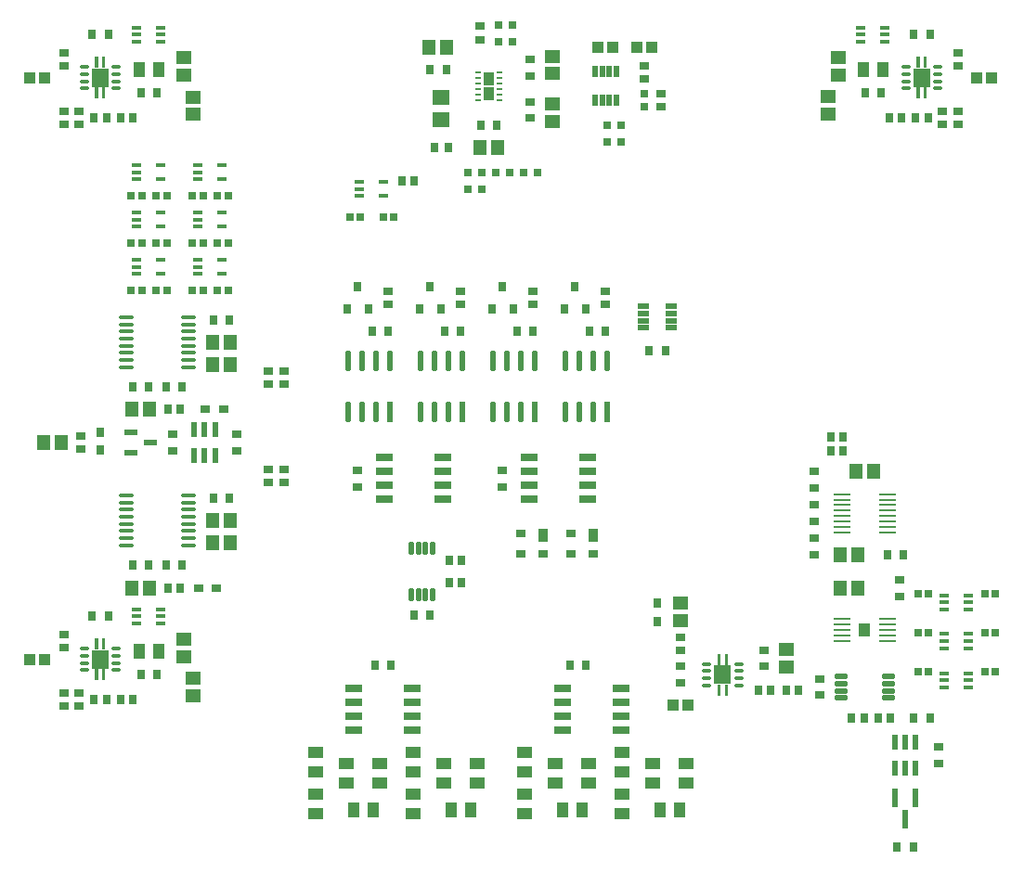
<source format=gbp>
G04*
G04 #@! TF.GenerationSoftware,Altium Limited,Altium Designer,21.6.4 (81)*
G04*
G04 Layer_Color=128*
%FSLAX25Y25*%
%MOIN*%
G70*
G04*
G04 #@! TF.SameCoordinates,FB766961-2115-4812-9BC3-E0D6EEC5A3F0*
G04*
G04*
G04 #@! TF.FilePolarity,Positive*
G04*
G01*
G75*
%ADD21R,0.03150X0.03543*%
%ADD22R,0.03543X0.03150*%
%ADD25R,0.05118X0.05709*%
%ADD26R,0.02756X0.03347*%
%ADD27R,0.02756X0.03740*%
%ADD28R,0.03347X0.02756*%
G04:AMPARAMS|DCode=29|XSize=41.34mil|YSize=17.72mil|CornerRadius=1.95mil|HoleSize=0mil|Usage=FLASHONLY|Rotation=90.000|XOffset=0mil|YOffset=0mil|HoleType=Round|Shape=RoundedRectangle|*
%AMROUNDEDRECTD29*
21,1,0.04134,0.01382,0,0,90.0*
21,1,0.03744,0.01772,0,0,90.0*
1,1,0.00390,0.00691,0.01872*
1,1,0.00390,0.00691,-0.01872*
1,1,0.00390,-0.00691,-0.01872*
1,1,0.00390,-0.00691,0.01872*
%
%ADD29ROUNDEDRECTD29*%
%ADD69R,0.02756X0.03150*%
%ADD70R,0.02134X0.07378*%
G04:AMPARAMS|DCode=71|XSize=73.78mil|YSize=21.34mil|CornerRadius=10.67mil|HoleSize=0mil|Usage=FLASHONLY|Rotation=90.000|XOffset=0mil|YOffset=0mil|HoleType=Round|Shape=RoundedRectangle|*
%AMROUNDEDRECTD71*
21,1,0.07378,0.00000,0,0,90.0*
21,1,0.05244,0.02134,0,0,90.0*
1,1,0.02134,0.00000,0.02622*
1,1,0.02134,0.00000,-0.02622*
1,1,0.02134,0.00000,-0.02622*
1,1,0.02134,0.00000,0.02622*
%
%ADD71ROUNDEDRECTD71*%
%ADD72R,0.05709X0.05118*%
G04:AMPARAMS|DCode=73|XSize=17.72mil|YSize=45.28mil|CornerRadius=1.95mil|HoleSize=0mil|Usage=FLASHONLY|Rotation=180.000|XOffset=0mil|YOffset=0mil|HoleType=Round|Shape=RoundedRectangle|*
%AMROUNDEDRECTD73*
21,1,0.01772,0.04138,0,0,180.0*
21,1,0.01382,0.04528,0,0,180.0*
1,1,0.00390,-0.00691,0.02069*
1,1,0.00390,0.00691,0.02069*
1,1,0.00390,0.00691,-0.02069*
1,1,0.00390,-0.00691,-0.02069*
%
%ADD73ROUNDEDRECTD73*%
%ADD74R,0.03543X0.04724*%
%ADD75R,0.06065X0.00994*%
G04:AMPARAMS|DCode=76|XSize=60.65mil|YSize=9.94mil|CornerRadius=4.97mil|HoleSize=0mil|Usage=FLASHONLY|Rotation=0.000|XOffset=0mil|YOffset=0mil|HoleType=Round|Shape=RoundedRectangle|*
%AMROUNDEDRECTD76*
21,1,0.06065,0.00000,0,0,0.0*
21,1,0.05071,0.00994,0,0,0.0*
1,1,0.00994,0.02535,0.00000*
1,1,0.00994,-0.02535,0.00000*
1,1,0.00994,-0.02535,0.00000*
1,1,0.00994,0.02535,0.00000*
%
%ADD76ROUNDEDRECTD76*%
%ADD77R,0.03740X0.02756*%
%ADD78R,0.02953X0.03347*%
%ADD79R,0.04724X0.02362*%
%ADD81R,0.02992X0.02835*%
%ADD82R,0.02362X0.07087*%
%ADD83R,0.02205X0.05236*%
G04:AMPARAMS|DCode=84|XSize=17.72mil|YSize=45.28mil|CornerRadius=1.95mil|HoleSize=0mil|Usage=FLASHONLY|Rotation=90.000|XOffset=0mil|YOffset=0mil|HoleType=Round|Shape=RoundedRectangle|*
%AMROUNDEDRECTD84*
21,1,0.01772,0.04138,0,0,90.0*
21,1,0.01382,0.04528,0,0,90.0*
1,1,0.00390,0.02069,0.00691*
1,1,0.00390,0.02069,-0.00691*
1,1,0.00390,-0.02069,-0.00691*
1,1,0.00390,-0.02069,0.00691*
%
%ADD84ROUNDEDRECTD84*%
G04:AMPARAMS|DCode=85|XSize=41.34mil|YSize=17.72mil|CornerRadius=1.95mil|HoleSize=0mil|Usage=FLASHONLY|Rotation=0.000|XOffset=0mil|YOffset=0mil|HoleType=Round|Shape=RoundedRectangle|*
%AMROUNDEDRECTD85*
21,1,0.04134,0.01382,0,0,0.0*
21,1,0.03744,0.01772,0,0,0.0*
1,1,0.00390,0.01872,-0.00691*
1,1,0.00390,-0.01872,-0.00691*
1,1,0.00390,-0.01872,0.00691*
1,1,0.00390,0.01872,0.00691*
%
%ADD85ROUNDEDRECTD85*%
G04:AMPARAMS|DCode=87|XSize=19.68mil|YSize=9.84mil|CornerRadius=1.97mil|HoleSize=0mil|Usage=FLASHONLY|Rotation=180.000|XOffset=0mil|YOffset=0mil|HoleType=Round|Shape=RoundedRectangle|*
%AMROUNDEDRECTD87*
21,1,0.01968,0.00591,0,0,180.0*
21,1,0.01575,0.00984,0,0,180.0*
1,1,0.00394,-0.00787,0.00295*
1,1,0.00394,0.00787,0.00295*
1,1,0.00394,0.00787,-0.00295*
1,1,0.00394,-0.00787,-0.00295*
%
%ADD87ROUNDEDRECTD87*%
%ADD89R,0.03347X0.02953*%
%ADD90R,0.06102X0.05315*%
%ADD91R,0.04134X0.04134*%
%ADD92R,0.03150X0.02756*%
G04:AMPARAMS|DCode=93|XSize=13.78mil|YSize=33.47mil|CornerRadius=2mil|HoleSize=0mil|Usage=FLASHONLY|Rotation=90.000|XOffset=0mil|YOffset=0mil|HoleType=Round|Shape=RoundedRectangle|*
%AMROUNDEDRECTD93*
21,1,0.01378,0.02947,0,0,90.0*
21,1,0.00978,0.03347,0,0,90.0*
1,1,0.00400,0.01473,0.00489*
1,1,0.00400,0.01473,-0.00489*
1,1,0.00400,-0.01473,-0.00489*
1,1,0.00400,-0.01473,0.00489*
%
%ADD93ROUNDEDRECTD93*%
G04:AMPARAMS|DCode=94|XSize=68.9mil|YSize=59.06mil|CornerRadius=2.07mil|HoleSize=0mil|Usage=FLASHONLY|Rotation=90.000|XOffset=0mil|YOffset=0mil|HoleType=Round|Shape=RoundedRectangle|*
%AMROUNDEDRECTD94*
21,1,0.06890,0.05492,0,0,90.0*
21,1,0.06476,0.05906,0,0,90.0*
1,1,0.00413,0.02746,0.03238*
1,1,0.00413,0.02746,-0.03238*
1,1,0.00413,-0.02746,-0.03238*
1,1,0.00413,-0.02746,0.03238*
%
%ADD94ROUNDEDRECTD94*%
%ADD95R,0.04134X0.05709*%
%ADD96R,0.05512X0.04331*%
%ADD97R,0.04331X0.05512*%
G04:AMPARAMS|DCode=98|XSize=61.02mil|YSize=23.62mil|CornerRadius=2.01mil|HoleSize=0mil|Usage=FLASHONLY|Rotation=180.000|XOffset=0mil|YOffset=0mil|HoleType=Round|Shape=RoundedRectangle|*
%AMROUNDEDRECTD98*
21,1,0.06102,0.01961,0,0,180.0*
21,1,0.05701,0.02362,0,0,180.0*
1,1,0.00402,-0.02850,0.00980*
1,1,0.00402,0.02850,0.00980*
1,1,0.00402,0.02850,-0.00980*
1,1,0.00402,-0.02850,-0.00980*
%
%ADD98ROUNDEDRECTD98*%
%ADD99O,0.05512X0.01378*%
%ADD121R,0.03347X0.01378*%
%ADD122R,0.03347X0.01378*%
%ADD123R,0.04049X0.04836*%
G36*
X429331Y386445D02*
X428228D01*
Y390480D01*
X429331D01*
Y386445D01*
D02*
G37*
G36*
X426772D02*
X425669D01*
Y390480D01*
X426772D01*
Y386445D01*
D02*
G37*
G36*
X134331D02*
X133228D01*
Y390480D01*
X134331D01*
Y386445D01*
D02*
G37*
G36*
X131772D02*
X130669D01*
Y390480D01*
X131772D01*
Y386445D01*
D02*
G37*
G36*
X273785Y384970D02*
X273840Y384915D01*
X273870Y384842D01*
Y384803D01*
Y380591D01*
Y380551D01*
X273840Y380479D01*
X273785Y380424D01*
X273712Y380394D01*
X270288D01*
X270215Y380424D01*
X270160Y380479D01*
X270130Y380551D01*
Y380591D01*
Y384803D01*
Y384842D01*
X270160Y384915D01*
X270215Y384970D01*
X270288Y385000D01*
X273712D01*
X273785Y384970D01*
D02*
G37*
G36*
X429331Y375520D02*
X428228D01*
Y379555D01*
X429331D01*
Y375520D01*
D02*
G37*
G36*
X426772D02*
X425669D01*
Y379555D01*
X426772D01*
Y375520D01*
D02*
G37*
G36*
X134331D02*
X133228D01*
Y379555D01*
X134331D01*
Y375520D01*
D02*
G37*
G36*
X131772D02*
X130669D01*
Y379555D01*
X131772D01*
Y375520D01*
D02*
G37*
G36*
X273785Y379576D02*
X273840Y379521D01*
X273870Y379449D01*
Y379410D01*
Y375197D01*
Y375158D01*
X273840Y375085D01*
X273785Y375030D01*
X273712Y375000D01*
X270288D01*
X270215Y375030D01*
X270160Y375085D01*
X270130Y375158D01*
Y375197D01*
Y379410D01*
Y379449D01*
X270160Y379521D01*
X270215Y379576D01*
X270288Y379606D01*
X273712D01*
X273785Y379576D01*
D02*
G37*
G36*
X134331Y177445D02*
X133228D01*
Y181480D01*
X134331D01*
Y177445D01*
D02*
G37*
G36*
X131772D02*
X130669D01*
Y181480D01*
X131772D01*
Y177445D01*
D02*
G37*
G36*
X357831Y171945D02*
X356728D01*
Y175980D01*
X357831D01*
Y171945D01*
D02*
G37*
G36*
X355272D02*
X354169D01*
Y175980D01*
X355272D01*
Y171945D01*
D02*
G37*
G36*
X134331Y166520D02*
X133228D01*
Y170555D01*
X134331D01*
Y166520D01*
D02*
G37*
G36*
X131772D02*
X130669D01*
Y170555D01*
X131772D01*
Y166520D01*
D02*
G37*
G36*
X357831Y161020D02*
X356728D01*
Y165055D01*
X357831D01*
Y161020D01*
D02*
G37*
G36*
X355272D02*
X354169D01*
Y165055D01*
X355272D01*
Y161020D01*
D02*
G37*
D21*
X301047Y172000D02*
D03*
X306953D02*
D03*
X245047Y190000D02*
D03*
X250953D02*
D03*
X420953Y211500D02*
D03*
X415047D02*
D03*
X424453Y106500D02*
D03*
X418547D02*
D03*
X430453Y153000D02*
D03*
X424547D02*
D03*
X329547Y285000D02*
D03*
X335453D02*
D03*
X256753Y386000D02*
D03*
X250847D02*
D03*
X274953Y366000D02*
D03*
X269047D02*
D03*
X147047Y377500D02*
D03*
X152953D02*
D03*
X135453Y398500D02*
D03*
X129547D02*
D03*
X236953Y172000D02*
D03*
X231047D02*
D03*
X144047Y272000D02*
D03*
X149953D02*
D03*
X178953Y296000D02*
D03*
X173047D02*
D03*
X161953Y272000D02*
D03*
X156047D02*
D03*
X228740Y300063D02*
D03*
X221260D02*
D03*
X225000Y307937D02*
D03*
X254740Y300063D02*
D03*
X247260D02*
D03*
X251000Y307937D02*
D03*
X230047Y292000D02*
D03*
X235953D02*
D03*
X256047D02*
D03*
X261953D02*
D03*
X308047D02*
D03*
X313953D02*
D03*
X282047D02*
D03*
X287953D02*
D03*
X306740Y300063D02*
D03*
X299260D02*
D03*
X303000Y307937D02*
D03*
X280740Y300063D02*
D03*
X273260D02*
D03*
X277000Y307937D02*
D03*
X161953Y208000D02*
D03*
X156047D02*
D03*
X178953Y232000D02*
D03*
X173047D02*
D03*
X144047Y208000D02*
D03*
X149953D02*
D03*
X430453Y398500D02*
D03*
X424547D02*
D03*
X407047Y377500D02*
D03*
X412953D02*
D03*
X152953Y168500D02*
D03*
X147047D02*
D03*
X129547Y189500D02*
D03*
X135453D02*
D03*
D22*
X283563Y219240D02*
D03*
Y211760D02*
D03*
X291437D02*
D03*
X309437D02*
D03*
X301563D02*
D03*
Y219240D02*
D03*
X389000Y217453D02*
D03*
Y211547D02*
D03*
Y229453D02*
D03*
Y223547D02*
D03*
Y241453D02*
D03*
Y235547D02*
D03*
X158500Y249047D02*
D03*
Y254953D02*
D03*
X371000Y177358D02*
D03*
Y171453D02*
D03*
X433500Y142453D02*
D03*
Y136547D02*
D03*
X391000Y167000D02*
D03*
Y161094D02*
D03*
X419500Y202453D02*
D03*
Y196547D02*
D03*
X287000Y383638D02*
D03*
Y389543D02*
D03*
Y374362D02*
D03*
Y368457D02*
D03*
X181500Y249047D02*
D03*
Y254953D02*
D03*
X225000Y236047D02*
D03*
Y241953D02*
D03*
X277000D02*
D03*
Y236047D02*
D03*
X341000Y171453D02*
D03*
Y165547D02*
D03*
D25*
X404559Y211500D02*
D03*
X398260D02*
D03*
X403850Y241500D02*
D03*
X410150D02*
D03*
X398350Y199500D02*
D03*
X404650D02*
D03*
X172850Y280000D02*
D03*
X179150D02*
D03*
X256950Y394000D02*
D03*
X250650D02*
D03*
X275150Y358000D02*
D03*
X268850D02*
D03*
X143850Y264000D02*
D03*
X150150D02*
D03*
X143850Y199500D02*
D03*
X150150D02*
D03*
X179150Y288000D02*
D03*
X172850D02*
D03*
X112350Y252000D02*
D03*
X118650D02*
D03*
X179150Y216000D02*
D03*
X172850D02*
D03*
X179150Y224000D02*
D03*
X172850D02*
D03*
D26*
X399264Y249000D02*
D03*
X394736D02*
D03*
X257736Y209500D02*
D03*
X262264D02*
D03*
X257736Y201500D02*
D03*
X262264D02*
D03*
X406764Y153000D02*
D03*
X402236D02*
D03*
X416264D02*
D03*
X411736D02*
D03*
X368736Y163000D02*
D03*
X373264D02*
D03*
X399264Y254000D02*
D03*
X394736D02*
D03*
X425236Y368500D02*
D03*
X429764D02*
D03*
X420264D02*
D03*
X415736D02*
D03*
X130236Y159500D02*
D03*
X134764D02*
D03*
X144264D02*
D03*
X139736D02*
D03*
X144264Y368500D02*
D03*
X139736D02*
D03*
X130236D02*
D03*
X134764D02*
D03*
X240736Y346000D02*
D03*
X245264D02*
D03*
X156736Y199500D02*
D03*
X161264D02*
D03*
X156736Y264000D02*
D03*
X161264D02*
D03*
X383264Y163000D02*
D03*
X378736D02*
D03*
D27*
X132500Y249252D02*
D03*
Y255748D02*
D03*
X332500Y194248D02*
D03*
Y187752D02*
D03*
D28*
X341000Y181854D02*
D03*
Y177327D02*
D03*
X125500Y249736D02*
D03*
Y254264D02*
D03*
X334000Y377264D02*
D03*
Y372736D02*
D03*
X328000Y387264D02*
D03*
Y382736D02*
D03*
X435000Y366236D02*
D03*
Y370764D02*
D03*
X440500D02*
D03*
Y366236D02*
D03*
X125000Y161764D02*
D03*
Y157236D02*
D03*
X119500D02*
D03*
Y161764D02*
D03*
Y387236D02*
D03*
Y391764D02*
D03*
Y366236D02*
D03*
Y370764D02*
D03*
X125000D02*
D03*
Y366236D02*
D03*
X198500Y237736D02*
D03*
Y242264D02*
D03*
X193000Y237736D02*
D03*
Y242264D02*
D03*
X198500Y277500D02*
D03*
Y272972D02*
D03*
X193000Y277500D02*
D03*
Y272972D02*
D03*
X236000Y301736D02*
D03*
Y306264D02*
D03*
X262000Y301736D02*
D03*
Y306264D02*
D03*
X314000Y301736D02*
D03*
Y306264D02*
D03*
X288000Y301736D02*
D03*
Y306264D02*
D03*
X440500Y391764D02*
D03*
Y387236D02*
D03*
X119500Y182764D02*
D03*
Y178236D02*
D03*
D29*
X317839Y374882D02*
D03*
X315280D02*
D03*
X312720D02*
D03*
X310161D02*
D03*
Y385118D02*
D03*
X312720D02*
D03*
X315280D02*
D03*
X317839D02*
D03*
D69*
X264638Y343000D02*
D03*
X269362D02*
D03*
X289362Y349000D02*
D03*
X284638D02*
D03*
X280362Y396000D02*
D03*
X275638D02*
D03*
X275638Y402000D02*
D03*
X280362D02*
D03*
X264638Y349000D02*
D03*
X269362D02*
D03*
X274638D02*
D03*
X279362D02*
D03*
X314638Y360000D02*
D03*
X319362D02*
D03*
X319362Y366000D02*
D03*
X314638D02*
D03*
D70*
X288500Y262882D02*
D03*
X236500D02*
D03*
X262500D02*
D03*
X314500D02*
D03*
D71*
X283500D02*
D03*
X278500D02*
D03*
X273500D02*
D03*
Y281118D02*
D03*
X278500D02*
D03*
X283500D02*
D03*
X288500D02*
D03*
X236500D02*
D03*
X231500D02*
D03*
X226500D02*
D03*
X221500D02*
D03*
Y262882D02*
D03*
X226500D02*
D03*
X231500D02*
D03*
X262500Y281118D02*
D03*
X257500D02*
D03*
X252500D02*
D03*
X247500D02*
D03*
Y262882D02*
D03*
X252500D02*
D03*
X257500D02*
D03*
X314500Y281118D02*
D03*
X309500D02*
D03*
X304500D02*
D03*
X299500D02*
D03*
Y262882D02*
D03*
X304500D02*
D03*
X309500D02*
D03*
D72*
X341000Y187850D02*
D03*
Y194150D02*
D03*
X166000Y167240D02*
D03*
Y160941D02*
D03*
X394000Y376150D02*
D03*
Y369850D02*
D03*
X379000Y177555D02*
D03*
Y171256D02*
D03*
X166000Y369760D02*
D03*
Y376059D02*
D03*
X295000Y373559D02*
D03*
Y367260D02*
D03*
Y384441D02*
D03*
Y390740D02*
D03*
X397500Y390150D02*
D03*
Y383850D02*
D03*
X162500Y181150D02*
D03*
Y174850D02*
D03*
Y390150D02*
D03*
Y383850D02*
D03*
D73*
X251839Y197134D02*
D03*
X249279D02*
D03*
X246721D02*
D03*
X244161D02*
D03*
X251839Y213866D02*
D03*
X249279D02*
D03*
X246721D02*
D03*
X244161D02*
D03*
D74*
X291437Y218453D02*
D03*
X309437D02*
D03*
D75*
X398693Y219610D02*
D03*
Y180563D02*
D03*
D76*
Y221579D02*
D03*
Y223547D02*
D03*
Y225516D02*
D03*
Y227484D02*
D03*
Y229453D02*
D03*
Y231421D02*
D03*
Y233390D02*
D03*
X415307D02*
D03*
Y231421D02*
D03*
Y229453D02*
D03*
Y227484D02*
D03*
Y225516D02*
D03*
Y223547D02*
D03*
Y221579D02*
D03*
Y219610D02*
D03*
Y180563D02*
D03*
Y182531D02*
D03*
Y184500D02*
D03*
Y186469D02*
D03*
Y188437D02*
D03*
X398693D02*
D03*
Y186469D02*
D03*
Y184500D02*
D03*
Y182531D02*
D03*
D77*
X176748Y264000D02*
D03*
X170252D02*
D03*
X167752Y199500D02*
D03*
X174248D02*
D03*
D78*
X257559Y358000D02*
D03*
X252441D02*
D03*
D79*
X150543Y252000D02*
D03*
X143457Y255740D02*
D03*
Y248260D02*
D03*
D81*
X426071Y197500D02*
D03*
X429929D02*
D03*
X453929Y183563D02*
D03*
X450071D02*
D03*
X426071D02*
D03*
X429929D02*
D03*
X453929Y197500D02*
D03*
X450071D02*
D03*
X426071Y169500D02*
D03*
X429929D02*
D03*
X453929D02*
D03*
X450071D02*
D03*
X222071Y333000D02*
D03*
X225929D02*
D03*
X234071D02*
D03*
X237929D02*
D03*
X178429Y306500D02*
D03*
X174571D02*
D03*
X169429D02*
D03*
X165571D02*
D03*
X156429D02*
D03*
X152571D02*
D03*
X147429D02*
D03*
X143571D02*
D03*
X147429Y340500D02*
D03*
X143571D02*
D03*
X147429Y323500D02*
D03*
X143571D02*
D03*
X169429D02*
D03*
X165571D02*
D03*
X156429D02*
D03*
X152571D02*
D03*
X178429D02*
D03*
X174571D02*
D03*
X178429Y340500D02*
D03*
X174571D02*
D03*
X169429D02*
D03*
X165571D02*
D03*
X156429D02*
D03*
X152571D02*
D03*
D82*
X417760Y124331D02*
D03*
X425240D02*
D03*
X421500Y116457D02*
D03*
D83*
X425240Y144224D02*
D03*
X421500D02*
D03*
X417760D02*
D03*
Y134776D02*
D03*
X421500D02*
D03*
X425240D02*
D03*
X173740Y247276D02*
D03*
X170000D02*
D03*
X166260D02*
D03*
Y256724D02*
D03*
X170000D02*
D03*
X173740D02*
D03*
D84*
X415366Y167839D02*
D03*
Y165279D02*
D03*
Y162721D02*
D03*
Y160161D02*
D03*
X398634Y167839D02*
D03*
Y165279D02*
D03*
Y162721D02*
D03*
Y160161D02*
D03*
D85*
X327382Y293161D02*
D03*
Y295721D02*
D03*
Y298280D02*
D03*
Y300839D02*
D03*
X337618D02*
D03*
Y298280D02*
D03*
Y295721D02*
D03*
Y293161D02*
D03*
D87*
X275740Y384921D02*
D03*
Y382953D02*
D03*
Y380984D02*
D03*
Y379016D02*
D03*
Y377047D02*
D03*
Y375079D02*
D03*
X268260D02*
D03*
Y377047D02*
D03*
Y379016D02*
D03*
Y380984D02*
D03*
Y382953D02*
D03*
Y384921D02*
D03*
D89*
X269000Y401559D02*
D03*
Y396441D02*
D03*
D90*
X255000Y368063D02*
D03*
Y375937D02*
D03*
D91*
X330658Y394000D02*
D03*
X325342D02*
D03*
X311343D02*
D03*
X316657D02*
D03*
X112657Y383000D02*
D03*
X107343D02*
D03*
X338342Y157500D02*
D03*
X343657D02*
D03*
X452658Y383000D02*
D03*
X447342D02*
D03*
X107343Y174000D02*
D03*
X112657D02*
D03*
D92*
X328000Y377362D02*
D03*
Y372638D02*
D03*
D93*
X138307Y386839D02*
D03*
Y384279D02*
D03*
Y381720D02*
D03*
Y379161D02*
D03*
X126693Y386839D02*
D03*
Y384279D02*
D03*
Y381720D02*
D03*
Y379161D02*
D03*
X350193Y164661D02*
D03*
Y167220D02*
D03*
Y169780D02*
D03*
Y172339D02*
D03*
X361807Y164661D02*
D03*
Y167220D02*
D03*
Y169780D02*
D03*
Y172339D02*
D03*
X433307Y379161D02*
D03*
Y381720D02*
D03*
Y384279D02*
D03*
Y386839D02*
D03*
X421693Y379161D02*
D03*
Y381720D02*
D03*
Y384279D02*
D03*
Y386839D02*
D03*
X126693Y170161D02*
D03*
Y172721D02*
D03*
Y175279D02*
D03*
Y177839D02*
D03*
X138307Y170161D02*
D03*
Y172721D02*
D03*
Y175279D02*
D03*
Y177839D02*
D03*
D94*
X132500Y383000D02*
D03*
X356000Y168500D02*
D03*
X427500Y383000D02*
D03*
X132500Y174000D02*
D03*
D95*
X146358Y386000D02*
D03*
X153642D02*
D03*
X406358D02*
D03*
X413642D02*
D03*
X153642Y177000D02*
D03*
X146358D02*
D03*
D96*
X210000Y133555D02*
D03*
Y140445D02*
D03*
Y118555D02*
D03*
Y125445D02*
D03*
X245000Y118555D02*
D03*
Y125445D02*
D03*
Y133555D02*
D03*
Y140445D02*
D03*
X221000Y129555D02*
D03*
Y136445D02*
D03*
X233000D02*
D03*
Y129555D02*
D03*
X256000D02*
D03*
Y136445D02*
D03*
X268000D02*
D03*
Y129555D02*
D03*
X285000Y118555D02*
D03*
Y125445D02*
D03*
Y133555D02*
D03*
Y140445D02*
D03*
X320000Y118555D02*
D03*
Y125445D02*
D03*
Y133555D02*
D03*
Y140445D02*
D03*
X296000Y129555D02*
D03*
Y136445D02*
D03*
X308000D02*
D03*
Y129555D02*
D03*
X331000D02*
D03*
Y136445D02*
D03*
X343000D02*
D03*
Y129555D02*
D03*
D97*
X223555Y120000D02*
D03*
X230445D02*
D03*
X258555D02*
D03*
X265445D02*
D03*
X298555D02*
D03*
X305445D02*
D03*
X333555D02*
D03*
X340445D02*
D03*
D98*
X223370Y163500D02*
D03*
Y158500D02*
D03*
Y153500D02*
D03*
Y148500D02*
D03*
X244630D02*
D03*
Y153500D02*
D03*
Y158500D02*
D03*
Y163500D02*
D03*
X298370D02*
D03*
Y158500D02*
D03*
Y153500D02*
D03*
Y148500D02*
D03*
X319630D02*
D03*
Y153500D02*
D03*
Y158500D02*
D03*
Y163500D02*
D03*
X307630Y246500D02*
D03*
Y241500D02*
D03*
Y236500D02*
D03*
Y231500D02*
D03*
X286370D02*
D03*
Y236500D02*
D03*
Y241500D02*
D03*
Y246500D02*
D03*
X234370D02*
D03*
Y241500D02*
D03*
Y236500D02*
D03*
Y231500D02*
D03*
X255630D02*
D03*
Y236500D02*
D03*
Y241500D02*
D03*
Y246500D02*
D03*
D99*
X164024Y296957D02*
D03*
Y294398D02*
D03*
Y291839D02*
D03*
Y289280D02*
D03*
Y286720D02*
D03*
Y284161D02*
D03*
Y281602D02*
D03*
Y279043D02*
D03*
X141976Y296957D02*
D03*
Y294398D02*
D03*
Y291839D02*
D03*
Y289280D02*
D03*
Y286720D02*
D03*
Y284161D02*
D03*
Y281602D02*
D03*
Y279043D02*
D03*
X164024Y232957D02*
D03*
Y230398D02*
D03*
Y227839D02*
D03*
Y225279D02*
D03*
Y222721D02*
D03*
Y220161D02*
D03*
Y217602D02*
D03*
Y215043D02*
D03*
X141976Y232957D02*
D03*
Y230398D02*
D03*
Y227839D02*
D03*
Y225279D02*
D03*
Y222721D02*
D03*
Y220161D02*
D03*
Y217602D02*
D03*
Y215043D02*
D03*
D121*
X435669Y177972D02*
D03*
Y183091D02*
D03*
X444331Y177972D02*
D03*
Y183091D02*
D03*
X435669Y191941D02*
D03*
Y197059D02*
D03*
X444331Y191941D02*
D03*
Y197059D02*
D03*
X435669Y163941D02*
D03*
Y169059D02*
D03*
X444331Y163941D02*
D03*
Y169059D02*
D03*
X145669Y395941D02*
D03*
Y401059D02*
D03*
X154331Y395941D02*
D03*
Y401059D02*
D03*
X225669Y340441D02*
D03*
Y345559D02*
D03*
X234331Y340441D02*
D03*
Y345559D02*
D03*
X167669Y346441D02*
D03*
Y351559D02*
D03*
X176331Y346441D02*
D03*
Y351559D02*
D03*
X145669Y329441D02*
D03*
Y334559D02*
D03*
X154331Y329441D02*
D03*
Y334559D02*
D03*
X145669Y312441D02*
D03*
Y317559D02*
D03*
X154331Y312441D02*
D03*
Y317559D02*
D03*
X167669Y329441D02*
D03*
Y334559D02*
D03*
X176331Y329441D02*
D03*
Y334559D02*
D03*
X167669Y312441D02*
D03*
Y317559D02*
D03*
X176331Y312441D02*
D03*
Y317559D02*
D03*
X145669Y346441D02*
D03*
Y351559D02*
D03*
X154331Y346441D02*
D03*
Y351559D02*
D03*
X405669Y401059D02*
D03*
Y395941D02*
D03*
X414331Y401059D02*
D03*
Y395941D02*
D03*
X154330Y192059D02*
D03*
X154331Y186941D02*
D03*
X145669Y192059D02*
D03*
X145670Y186941D02*
D03*
D122*
X435669Y180532D02*
D03*
X444331D02*
D03*
X435669Y194500D02*
D03*
X444331D02*
D03*
X435669Y166500D02*
D03*
X444331D02*
D03*
X145666Y398507D02*
D03*
X154327D02*
D03*
X225669Y343000D02*
D03*
X167669Y349000D02*
D03*
X145669Y332000D02*
D03*
Y315000D02*
D03*
X167669Y332000D02*
D03*
Y315000D02*
D03*
X145669Y349000D02*
D03*
X405672Y398503D02*
D03*
X414333D02*
D03*
X154324Y189504D02*
D03*
X145662D02*
D03*
D123*
X407000Y184500D02*
D03*
M02*

</source>
